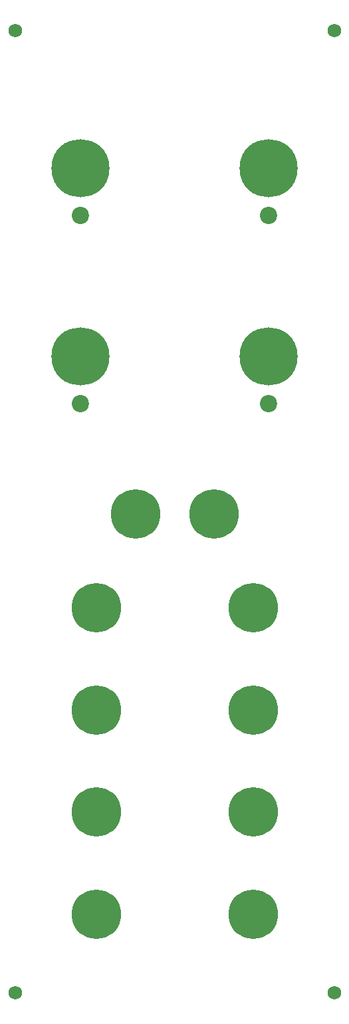
<source format=gts>
G04 Layer_Color=8388736*
%FSLAX43Y43*%
%MOMM*%
G71*
G01*
G75*
%ADD18C,6.300*%
%ADD19C,2.200*%
%ADD20C,7.400*%
%ADD21C,1.727*%
D18*
X105000Y164000D02*
D03*
X95000D02*
D03*
X110000Y152000D02*
D03*
X90000D02*
D03*
Y113000D02*
D03*
X110000D02*
D03*
X90000Y126000D02*
D03*
X110000D02*
D03*
X90000Y139000D02*
D03*
X110000Y139000D02*
D03*
D19*
X112000Y178000D02*
D03*
X88000D02*
D03*
X112000Y202000D02*
D03*
X88000D02*
D03*
D20*
X112000Y184000D02*
D03*
X88000D02*
D03*
X112000Y208000D02*
D03*
X88000D02*
D03*
D21*
X120320Y225500D02*
D03*
X79680D02*
D03*
Y103000D02*
D03*
X120320D02*
D03*
M02*

</source>
